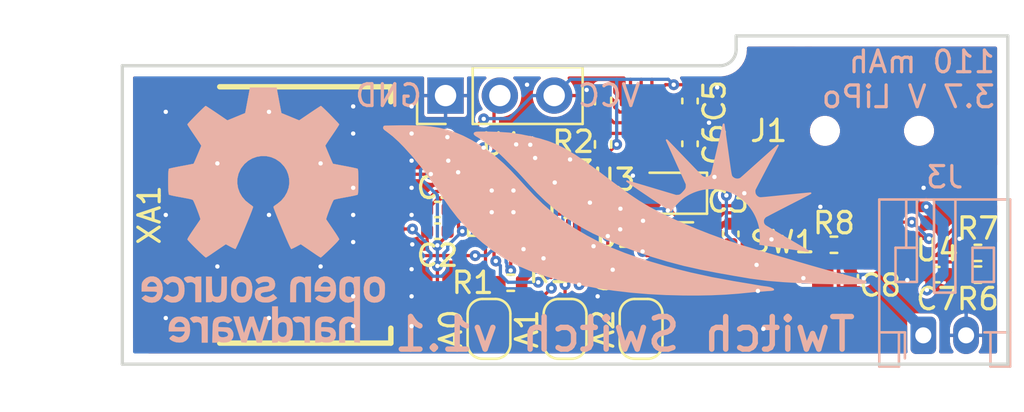
<source format=kicad_pcb>
(kicad_pcb (version 20211014) (generator pcbnew)
  (title_block (title "Twitch Switch") (date "2022-09-10") (rev "1.1") (company "Centre de réadaption\\nStan Cassidy\\nCentre for Rehabilitation\\n \\n \\n"))
  (layers (0 "F.Cu" signal) (31 "B.Cu" signal) (34 "B.Paste" user) (35 "F.Paste" user) (36 "B.SilkS" user "B.Silkscreen") (37 "F.SilkS" user "F.Silkscreen") (38 "B.Mask" user) (39 "F.Mask" user) (44 "Edge.Cuts" user))
  (net 0 "")
  (net 1 "GND")
  (net 2 "VCC")
  (net 3 "Net-(D1-Pad2)")
  (net 4 "/ADDR_SET_3")
  (net 5 "/ADDR_SET_1")
  (net 6 "/ADDR_SET_2")
  (net 7 "/STATUS_LED")
  (net 8 "/I2C_SDA")
  (net 9 "/SPI_MISO")
  (net 10 "/SPI_SCK")
  (net 11 "/SPI_SS")
  (net 12 "VBUS")
  (net 13 "/I2C_SCL")
  (net 14 "+BATT")
  (net 15 "/RESET{slash}UPDI")
  (net 16 "/SPI_MOSI")
  (net 17 "/RF_CE")
  (net 18 "/RF_INT")
  (net 19 "/VBAT_SENSE")
  (net 20 "/BAT_CHG")
  (net 21 "/BAT_PG")
  (net 22 "/PWR_DOWN")
  (net 23 "Net-(R6-Pad1)")
  (net 24 "Net-(R7-Pad1)")
  (net 25 "Net-(R8-Pad1)")
  (net 26 "unconnected-(U3-Pad11)")
  (net 27 "/IMU_INT1")
  (net 28 "unconnected-(U3-Pad9)")
  (net 29 "unconnected-(U3-Pad10)")
  (footprint "Resistor_SMD:R_0402_1005Metric" (layer "F.Cu") (at 147.828 110.109)
    (fp_text reference "R10")
    (fp_text value "113k 1%" hide)
  )
  (footprint "Resistor_SMD:R_0402_1005Metric" (layer "F.Cu") (at 149.479 105.283 90)
    (fp_text reference "R3")
    (fp_text value "20k" hide)
  )
  (footprint "footprints:CSS-1210TB" (layer "F.Cu") (at 158.75 114.27)
    (fp_text reference "SW1")
    (fp_text value "CSS-1210TB" hide)
  )
  (footprint "Capacitor_SMD:C_0402_1005Metric" (layer "F.Cu") (at 165.1 111.379 180)
    (fp_text reference "C7")
    (fp_text value "1u" hide)
  )
  (footprint "footprints:NRF24L01-Mini" (layer "F.Cu") (at 130.556 108.585 90)
    (fp_text reference "XA1")
    (fp_text value "NRF24L01-Mini" hide)
  )
  (footprint "Capacitor_SMD:C_0402_1005Metric" (layer "F.Cu") (at 161.036 111.506 90)
    (fp_text reference "C8")
    (fp_text value "1u" hide)
  )
  (footprint "Jumper:SolderJumper-2_P1.3mm_Open_RoundedPad1.0x1.5mm" (layer "F.Cu") (at 144.145 113.919 90)
    (fp_text reference "JP1" hide)
    (fp_text value "SolderJumper_2_Open" hide)
  )
  (footprint "Jumper:SolderJumper-2_P1.3mm_Open_RoundedPad1.0x1.5mm" (layer "F.Cu") (at 151.257 113.919 90)
    (fp_text reference "JP3" hide)
    (fp_text value "SolderJumper_2_Open" hide)
  )
  (footprint "Fiducial:Fiducial_0.5mm_Mask1mm" (layer "F.Cu") (at 129.286 102.743)
    (fp_text reference "FID2" hide)
    (fp_text value "Fiducial" hide)
  )
  (footprint "Package_TO_SOT_SMD:SOT-23" (layer "F.Cu") (at 153.035 110.49)
    (fp_text reference "U2")
    (fp_text value "AP2138N-3.0" hide)
  )
  (footprint "Fiducial:Fiducial_0.5mm_Mask1mm" (layer "F.Cu") (at 167.132 103.632)
    (fp_text reference "FID1" hide)
    (fp_text value "Fiducial" hide)
  )
  (footprint "Resistor_SMD:R_0402_1005Metric" (layer "F.Cu") (at 147.828 109.093 180)
    (fp_text reference "R9")
    (fp_text value "215k 1%" hide)
  )
  (footprint "Capacitor_SMD:C_0402_1005Metric" (layer "F.Cu") (at 155.448 109.474 -90)
    (fp_text reference "C3")
    (fp_text value "1u" hide)
  )
  (footprint "LED_SMD:LED_0805_2012Metric" (layer "F.Cu") (at 152.654 107.569 180)
    (fp_text reference "D1")
    (fp_text value "APT2012EC" hide)
  )
  (footprint "Capacitor_SMD:C_0402_1005Metric" (layer "F.Cu") (at 141.732 109.347)
    (fp_text reference "C2")
    (fp_text value "1u" hide)
  )
  (footprint "Resistor_SMD:R_0402_1005Metric" (layer "F.Cu") (at 160.274 109.982 180)
    (fp_text reference "R8")
    (fp_text value "10k" hide)
  )
  (footprint "Resistor_SMD:R_0402_1005Metric" (layer "F.Cu") (at 149.479 103.251 -90)
    (fp_text reference "R2")
    (fp_text value "20k" hide)
  )
  (footprint "Resistor_SMD:R_0402_1005Metric" (layer "F.Cu") (at 145.161 111.76)
    (fp_text reference "R1")
    (fp_text value "100R" hide)
  )
  (footprint "Connector_PinHeader_2.54mm:PinHeader_1x03_P2.54mm_Vertical" (layer "F.Cu") (at 142.113 102.997 90)
    (fp_text reference "J2" hide)
    (fp_text value "Prog. Header" hide)
  )
  (footprint "Resistor_SMD:R_0402_1005Metric" (layer "F.Cu") (at 167.005 110.363 180)
    (fp_text reference "R7")
    (fp_text value "2k" hide)
  )
  (footprint "Resistor_SMD:R_0402_1005Metric" (layer "F.Cu") (at 167.005 111.379)
    (fp_text reference "R6")
    (fp_text value "5.6k 1%" hide)
  )
  (footprint "footprints:LSM6DSMTR" (layer "F.Cu") (at 151.511 104.267 90)
    (fp_text reference "U3")
    (fp_text value "LSM6DSMTR" hide)
  )
  (footprint "Capacitor_SMD:C_0402_1005Metric" (layer "F.Cu") (at 150.622 111.252 -90)
    (fp_text reference "C4")
    (fp_text value "1u" hide)
  )
  (footprint "Capacitor_SMD:C_0402_1005Metric" (layer "F.Cu") (at 141.732 108.331)
    (fp_text reference "C1")
    (fp_text value "100n" hide)
  )
  (footprint "Capacitor_SMD:C_0402_1005Metric" (layer "F.Cu") (at 153.543 105.255 -90)
    (fp_text reference "C6")
    (fp_text value "100n" hide)
  )
  (footprint "footprints:690-005-299-043" (layer "F.Cu") (at 162.052 104.648 180)
    (fp_text reference "J1")
    (fp_text value "690-005-299-043" hide)
  )
  (footprint "Package_DFN_QFN:VQFN-20-1EP_3x3mm_P0.4mm_EP1.7x1.7mm" (layer "F.Cu") (at 144.78 107.95)
    (fp_text reference "U1")
    (fp_text value "ATtiny1606-M" hide)
  )
  (footprint "Capacitor_SMD:C_0402_1005Metric" (layer "F.Cu") (at 153.543 103.251 90)
    (fp_text reference "C5")
    (fp_text value "100n" hide)
  )
  (footprint "Jumper:SolderJumper-2_P1.3mm_Open_RoundedPad1.0x1.5mm" (layer "F.Cu") (at 147.701 113.919 90)
    (fp_text reference "JP2" hide)
    (fp_text value "SolderJumper_2_Open" hide)
  )
  (footprint "Fiducial:Fiducial_0.5mm_Mask1mm" (layer "F.Cu") (at 128.143 114.427)
    (fp_text reference "FID3" hide)
    (fp_text value "Fiducial" hide)
  )
  (footprint "footprints:BQ24045DSQR" (layer "F.Cu") (at 162.814 110.236 180)
    (fp_text reference "U4")
    (fp_text value "BQ24045DSQR" hide)
  )
  (footprint "Connector_JST:JST_PH_S2B-PH-K_1x02_P2.00mm_Horizontal" (layer "B.Cu") (at 164.4523 114.22126)
    (fp_text reference "J3")
    (fp_text value "Battery Connector" hide)
  )
  (footprint "Symbol:OSHW-Logo_11.4x12mm_SilkScreen" (layer "B.Cu") (at 133.604 108.585 180)
    (fp_text reference "LOGO1" hide)
    (fp_text value "Logo_Open_Hardware_Small" hide)
  )
  (footprint "footprints:Logo_Stan_Cassidy" (layer "B.Cu") (at 150.495 108.331 180)
    (fp_text reference "LOGO2" hide)
    (fp_text value "Logo_Stan_Cassidy" hide)
  )
  (gr_line (start 168.402 115.57) (end 127 115.57) (layer "Edge.Cuts") (width 0.1524))
  (gr_line (start 155.702 100.838) (end 155.702 100.203) (layer "Edge.Cuts") (width 0.1524))
  (gr_line (start 168.402 100.203) (end 168.402 115.57) (layer "Edge.Cuts") (width 0.1524))
  (gr_line (start 127 115.57) (end 127 101.6) (layer "Edge.Cuts") (width 0.1524))
  (gr_line (start 127 101.6) (end 154.94 101.6) (layer "Edge.Cuts") (width 0.1524))
  (gr_line (start 155.702 100.203) (end 168.402 100.203) (layer "Edge.Cuts") (width 0.1524))
  (gr_arc (start 155.702 100.838) (mid 155.478815 101.376815) (end 154.94 101.6) (layer "Edge.Cuts") (width 0.1524))
  (gr_text "Twitch Switch v1.1" (at 150.495 114.173) (layer "B.SilkS") (effects (font (size 1.524 1.524) (thickness 0.254)) (justify mirror)))
  (gr_text "GND" (at 141.097 102.997) (layer "B.SilkS") (effects (font (size 1.016 1.016) (thickness 0.1524)) (justify left mirror)))
  (gr_text "VCC" (at 148.209 102.997) (layer "B.SilkS") (effects (font (size 1.016 1.016) (thickness 0.1524)) (justify right mirror)))
  (gr_text "110 mAh\n3.7 V LiPo" (at 167.894 102.235) (layer "B.SilkS") (effects (font (size 1.016 1.016) (thickness 0.1524)) (justify left mirror)))
  (segment (start 153.507 103.767) (end 153.543 103.731) (width 0.1524) (layer "F.Cu") (net 1))
  (segment (start 163.764 110.236) (end 164.149548 110.236) (width 0.1524) (layer "F.Cu") (net 1))
  (segment (start 150.622 110.245473) (end 150.622 110.772) (width 0.254) (layer "F.Cu") (net 1))
  (segment (start 152.4235 104.267) (end 153.035 104.267) (width 0.1524) (layer "F.Cu") (net 1))
  (segment (start 164.149548 110.236) (end 164.392848 110.4793) (width 0.1524) (layer "F.Cu") (net 1))
  (segment (start 142.504679 107.7924) (end 141.7906 107.7924) (width 0.1524) (layer "F.Cu") (net 1))
  (segment (start 162.414 109.836) (end 162.814 110.236) (width 0.1524) (layer "F.Cu") (net 1))
  (segment (start 152.0975 109.54) (end 151.327473 109.54) (width 0.254) (layer "F.Cu") (net 1))
  (segment (start 154.573615 109.54) (end 155.119615 108.994) (width 0.254) (layer "F.Cu") (net 1))
  (segment (start 141.252 108.331) (end 141.252 109.347) (width 0.1524) (layer "F.Cu") (net 1))
  (segment (start 142.662279 107.95) (end 142.504679 107.7924) (width 0.1524) (layer "F.Cu") (net 1))
  (segment (start 141.7906 107.7924) (end 141.252 108.331) (width 0.1524) (layer "F.Cu") (net 1))
  (segment (start 155.119615 108.994) (end 155.448 108.994) (width 0.254) (layer "F.Cu") (net 1))
  (segment (start 153.035 104.267) (end 153.543 104.775) (width 0.1524) (layer "F.Cu") (net 1))
  (segment (start 164.392848 110.4793) (end 165.045152 110.4793) (width 0.1524) (layer "F.Cu") (net 1))
  (segment (start 163.764 110.236) (end 162.814 110.236) (width 0.1524) (layer "F.Cu") (net 1))
  (segment (start 152.4235 103.767) (end 153.507 103.767) (width 0.1524) (layer "F.Cu") (net 1))
  (segment (start 161.864 109.836) (end 162.414 109.836) (width 0.1524) (layer "F.Cu") (net 1))
  (segment (start 151.327473 109.54) (end 150.622 110.245473) (width 0.254) (layer "F.Cu") (net 1))
  (segment (start 143.33 107.95) (end 144.78 107.95) (width 0.1524) (layer "F.Cu") (net 1))
  (segment (start 152.0975 109.54) (end 154.573615 109.54) (width 0.254) (layer "F.Cu") (net 1))
  (segment (start 143.33 107.95) (end 142.662279 107.95) (width 0.1524) (layer "F.Cu") (net 1))
  (via (at 144.272 108.458) (size 0.508) (drill 0.2032) (layers "F.Cu" "B.Cu") (net 1))
  (via (at 154.813 102.616) (size 0.508) (drill 0.2032) (layers "F.Cu" "B.Cu") (net 1))
  (via (at 137.795 107.315) (size 0.508) (drill 0.2032) (layers "F.Cu" "B.Cu") (net 1))
  (via (at 136.271 106.172) (size 0.508) (drill 0.2032) (layers "F.Cu" "B.Cu") (net 1))
  (via (at 133.858 103.759) (size 0.508) (drill 0.2032) (layers "F.Cu" "B.Cu") (net 1))
  (via (at 140.5255 113.792) (size 0.508) (drill 0.2032) (layers "F.Cu" "B.Cu") (net 1))
  (via (at 129.032 103.759) (size 0.508) (drill 0.2032) (layers "F.Cu" "B.Cu") (net 1))
  (via (at 131.445 106.172) (size 0.508) (drill 0.2032) (layers "F.Cu" "B.Cu") (net 1))
  (via (at 145.923 102.489) (size 0.508) (drill 0.2032) (layers "F.Cu" "B.Cu") (net 1))
  (via (at 137.795 109.855) (size 0.508) (drill 0.2032) (layers "F.Cu" "B.Cu") (net 1))
  (via (at 136.271 110.998) (size 0.508) (drill 0.2032) (layers "F.Cu" "B.Cu") (net 1))
  (via (at 156.083 107.569) (size 0.508) (drill 0.2032) (layers "F.Cu" "B.Cu") (net 1))
  (via (at 159.639 108.204) (size 0.508) (drill 0.2032) (layers "F.Cu" "B.Cu") (net 1))
  (via (at 148.710062 102.73126) (size 0.508) (drill 0.2032) (layers "F.Cu" "B.Cu") (net 1))
  (via (at 140.5255 111.125) (size 0.508) (drill 0.2032) (layers "F.Cu" "B.Cu") (net 1))
  (via (at 147.935284 105.988939) (size 0.508) (drill 0.2032) (layers "F.Cu" "B.Cu") (net 1))
  (via (at 140.5255 108.585) (size 0.508) (drill 0.2032) (layers "F.Cu" "B.Cu") (net 1))
  (via (at 144.272 107.442) (size 0.508) (drill 0.2032) (layers "F.Cu" "B.Cu") (net 1))
  (via (at 137.795 113.792) (size 0.508) (drill 0.2032) (layers "F.Cu" "B.Cu") (net 1))
  (via (at 137.795 112.395) (size 0.508) (drill 0.2032) (layers "F.Cu" "B.Cu") (net 1))
  (via (at 133.858 108.585) (size 0.508) (drill 0.2032) (layers "F.Cu" "B.Cu") (net 1))
  (via (at 154.686 106.807) (size 0.508) (drill 0.2032) (layers "F.Cu" "B.Cu") (net 1))
  (via (at 140.5255 112.395) (size 0.508) (drill 0.2032) (layers "F.Cu" "B.Cu") (net 1))
  (via (at 129.032 108.585) (size 0.508) (drill 0.2032) (layers "F.Cu" "B.Cu") (net 1))
  (via (at 156.972 113.919) (size 0.508) (drill 0.2032) (layers "F.Cu" "B.Cu") (net 1))
  (via (at 149.225 112.395) (size 0.508) (drill 0.2032) (layers "F.Cu" "B.Cu") (net 1))
  (via (at 145.288 107.442) (size 0.508) (drill 0.2032) (layers "F.Cu" "B.Cu") (net 1))
  (via (at 157.353 109.728) (size 0.508) (drill 0.2032) (layers "F.Cu" "B.Cu") (net 1))
  (via (at 140.5255 103.505) (size 0.508) (drill 0.2032) (layers "F.Cu" "B.Cu") (net 1))
  (via (at 137.795 104.775) (size 0.508) (drill 0.2032) (layers "F.Cu" "B.Cu") (net 1))
  (via (at 164.465 107.315) (size 0.508) (drill 0.2032) (layers "F.Cu" "B.Cu") (net 1))
  (via (at 129.032 113.411) (size 0.508) (drill 0.2032) (layers "F.Cu" "B.Cu") (net 1))
  (via (at 145.288 108.458) (size 0.508) (drill 0.2032) (layers "F.Cu" "B.Cu") (net 1))
  (via (at 140.5255 104.775) (size 0.508) (drill 0.2032) (layers "F.Cu" "B.Cu") (net 1))
  (via (at 163.703 111.633) (size 0.508) (drill 0.2032) (layers "F.Cu" "B.Cu") (net 1))
  (via (at 149.929036 111.150473) (size 0.508) (drill 0.2032) (layers "F.Cu" "B.Cu") (net 1))
  (via (at 133.858 113.411) (size 0.508) (drill 0.2032) (layers "F.Cu" "B.Cu") (net 1))
  (via (at 140.5255 106.045) (size 0.508) (drill 0.2032) (layers "F.Cu" "B.Cu") (net 1))
  (via (at 131.445 110.998) (size 0.508) (drill 0.2032) (layers "F.Cu" "B.Cu") (net 1))
  (via (at 149.033035 110.049084) (size 0.508) (drill 0.2032) (layers "F.Cu" "B.Cu") (net 1))
  (via (at 154.432 104.267) (size 0.508) (drill 0.2032) (layers "F.Cu" "B.Cu") (net 1))
  (via (at 137.795 103.505) (size 0.508) (drill 0.2032) (layers "F.Cu" "B.Cu") (net 1))
  (via (at 142.24 106.045) (size 0.508) (drill 0.2032) (layers "F.Cu" "B.Cu") (net 1))
  (via (at 140.5255 107.315) (size 0.508) (drill 0.2032) (layers "F.Cu" "B.Cu") (net 1))
  (via (at 140.557883 109.963787) (size 0.508) (drill 0.2032) (layers "F.Cu" "B.Cu") (net 1))
  (via (at 137.795 108.585) (size 0.508) (drill 0.2032) (layers "F.Cu" "B.Cu") (net 1))
  (via (at 166.145097 109.7021) (size 0.508) (drill 0.2032) (layers "F.Cu" "B.Cu") (net 1))
  (via (at 150.872922 106.745038) (size 0.508) (drill 0.2032) (layers "F.Cu" "B.Cu") (net 1))
  (via (at 156.718 112.141) (size 0.508) (drill 0.2032) (layers "F.Cu" "B.Cu") (net 1))
  (via (at 148.86308 108.009293) (size 0.508) (drill 0.2032) (layers "F.Cu" "B.Cu") (net 1))
  (segment (start 149.604 105.793) (end 150.114 105.283) (width 0.1524) (layer "F.Cu") (net 2))
  (segment (start 149.00614 103.21386) (end 149.479 102.741) (width 0.1524) (layer "F.Cu") (net 2))
  (segment (start 150.749 105.918) (end 151.257 105.918) (width 0.1524) (layer "F.Cu") (net 2))
  (segment (start 143.33 108.35) (end 142.231 108.35) (width 0.1524) (layer "F.Cu") (net 2))
  (segment (start 150.761 105.4295) (end 150.761 105.906) (width 0.1524) (layer "F.Cu") (net 2))
  (segment (start 155.244599 104.141099) (end 153.8745 102.771) (width 0.1524) (layer "F.Cu") (net 2))
  (segment (start 155.239198 105.735) (end 155.244599 105.740401) (width 0.1524) (layer "F.Cu") (net 2))
  (segment (start 149.604 105.918) (end 150.749 105.918) (width 0.1524) (layer "F.Cu") (net 2))
  (segment (start 152.9 104.767) (end 153.0044 104.8714) (width 0.1524) (layer "F.Cu") (net 2))
  (segment (start 151.761 105.4295) (end 151.761 105.795) (width 0.1524) (layer "F.Cu") (net 2))
  (segment (start 153.543 105.735) (end 155.239198 105.735) (width 0.1524) (layer "F.Cu") (net 2))
  (segment (start 148.293302 102.997) (end 148.510162 103.21386) (width 0.1524) (layer "F.Cu") (net 2))
  (segment (start 152.261 103.1045) (end 152.261 102.628) (width 0.1524) (layer "F.Cu") (net 2))
  (segment (start 153.0044 104.8714) (end 153.0044 105.1964) (width 0.1524) (layer "F.Cu") (net 2))
  (segment (start 152.4235 104.767) (end 152.9 104.767) (width 0.1524) (layer "F.Cu") (net 2))
  (segment (start 153.0044 105.1964) (end 153.543 105.735) (width 0.1524) (layer "F.Cu") (net 2))
  (segment (start 142.199897 104.942103) (end 143.044506 104.942103) (width 0.1524) (layer "F.Cu") (net 2))
  (segment (start 153.8745 102.771) (end 153.543 102.771) (width 0.1524) (layer "F.Cu") (net 2))
  (segment (start 150.5985 103.767) (end 150.249 103.767) (width 0.1524) (layer "F.Cu") (net 2))
  (segment (start 148.510162 103.21386) (end 149.00614 103.21386) (width 0.1524) (layer "F.Cu") (net 2))
  (segment (start 142.231 108.35) (end 142.212 108.331) (width 0.1524) (layer "F.Cu") (net 2))
  (segment (start 149.479 105.793) (end 149.604 105.793) (width 0.1524) (layer "F.Cu") (net 2))
  (segment (start 155.244599 105.740401) (end 155.244599 104.141099) (width 0.1524) (layer "F.Cu") (net 2))
  (segment (start 150.249 103.767) (end 150.0276 103.5456) (width 0.1524) (layer "F.Cu") (net 2))
  (segment (start 153.343157 111.44) (end 152.0975 111.44) (width 0.1524) (layer "F.Cu") (net 2))
  (segment (start 147.193 102.997) (end 148.293302 102.997) (width 0.1524) (layer "F.Cu") (net 2))
  (segment (start 151.761 105.795) (end 151.638 105.918) (width 0.1524) (layer "F.Cu") (net 2))
  (segment (start 149.479 105.793) (end 149.604 105.918) (width 0.1524) (layer "F.Cu") (net 2))
  (segment (start 151.257 105.918) (end 151.638 105.918) (width 0.1524) (layer "F.Cu") (net 2))
  (segment (start 141.732 112.141) (end 141.732 110.9721) (width 0.1524) (layer "F.Cu") (net 2))
  (segment (start 142.212 109.5279) (end 141.732 110.0079) (width 0.1524) (layer "F.Cu") (net 2))
  (segment (start 150.0276 103.2896) (end 149.479 102.741) (width 0.1524) (layer "F.Cu") (net 2))
  (segment (start 143.044506 104.942103) (end 143.8979 104.088709) (width 0.1524) (layer "F.Cu") (net 2))
  (segment (start 150.761 105.906) (end 150.749 105.918) (width 0.1524) (layer "F.Cu") (net 2))
  (segment (start 142.212 109.347) (end 142.212 109.5279) (width 0.1524) (layer "F.Cu") (net 2))
  (segment (start 152.4 102.489) (end 153.261 102.489) (width 0.1524) (layer "F.Cu") (net 2))
  (segment (start 151.261 105.4295) (end 151.261 105.914) (width 0.1524) (layer "F.Cu") (net 2))
  (segment (start 157.6524 111.92) (end 156.6559 110.9235) (width 0.1524) (layer "F.Cu") (net 2))
  (segment (start 142.212 109.347) (end 142.212 108.331) (width 0.1524) (layer "F.Cu") (net 2))
  (segment (start 140.843 113.03) (end 141.732 112.141) (width 0.1524) (layer "F.Cu") (net 2))
  (segment (start 157.75 111.92) (end 157.6524 111.92) (width 0.1524) (layer "F.Cu") (net 2))
  (segment (start 140.843 113.03) (end 139.192 113.03) (width 0.1524) (layer "F.Cu") (net 2))
  (segment (start 155.244599 107.6711) (end 155.244599 105.740401) (width 0.1524) (layer "F.Cu") (net 2))
  (segment (start 157.75 111.92) (end 156.2714 113.3986) (width 0.1524) (layer "F.Cu") (net 2))
  (segment (start 150.914 111.44) (end 150.622 111.732) (width 0.254) (layer "F.Cu") (net 2))
  (segment (start 153.261 102.489) (end 153.543 102.771) (width 0.1524) (layer "F.Cu") (net 2))
  (segment (start 152.0975 111.44) (end 150.914 111.44) (width 0.254) (layer "F.Cu") (net 2))
  (segment (start 150.0276 103.5456) (end 150.0276 103.2896) (width 0.1524) (layer "F.Cu") (net 2))
  (segment (start 156.2714 113.3986) (end 155.301757 113.3986) (width 0.1524) (layer "F.Cu") (net 2))
  (segment (start 152.261 102.628) (end 152.4 102.489) (width 0.1524) (layer "F.Cu") (net 2))
  (segment (start 155.301757 113.3986) (end 153.343157 111.44) (width 0.1524) (layer "F.Cu") (net 2))
  (segment (start 151.261 105.914) (end 151.257 105.918) (width 0.1524) (layer "F.Cu") (net 2))
  (via (at 141.732 110.9721) (size 0.508) (drill 0.2032) (layers "F.Cu" "B.Cu") (net 2))
  (via (at 155.244599 107.6711) (size 0.508) (drill 0.2032) (layers "F.Cu" "B.Cu") (net 2))
  (via (at 156.6559 110.9235) (size 0.508) (drill 0.2032) (layers "F.Cu" "B.Cu") (net 2))
  (via (at 142.199897 104.942103) (size 0.508) (drill 0.2032) (layers "F.Cu" "B.Cu") (net 2))
  (via (at 141.732 110.0079) (size 0.508) (drill 0.2032) (layers "F.Cu" "B.Cu") (net 2))
  (via (at 143.8979 104.088709) (size 0.508) (drill 0.2032) (layers "F.Cu" "B.Cu") (net 2))
  (via (at 150.114 105.283) (size 0.508) (drill 0.2032) (layers "F.Cu" "B.Cu") (net 2))
  (via (at 152.781 102.489) (size 0.508) (drill 0.2032) (layers "F.Cu" "B.Cu") (net 2))
  (segment (start 150.114 102.235) (end 147.955 102.235) (width 0.1524) (layer "B.Cu") (net 2))
  (segment (start 152.781 102.489) (end 152.527 102.235) (width 0.1524) (layer "B.Cu") (net 2))
  (segment (start 155.244599 109.512199) (end 155.244599 107.6711) (width 0.1524) (layer "B.Cu") (net 2))
  (segment (start 142.199897 105.213995) (end 142.199897 104.942103) (width 0.1524) (layer "B.Cu") (net 2))
  (segment (start 143.911009 104.0756) (end 145.099771 104.0756) (width 0.1524) (layer "B.Cu") (net 2))
  (segment (start 140.941199 106.872493) (end 140.941199 106.472693) (width 0.1524) (layer "B.Cu") (net 2))
  (segment (start 143.8979 104.088709) (end 143.911009 104.0756) (width 0.1524) (layer "B.Cu") (net 2))
  (segment (start 140.941199 106.472693) (end 142.199897 105.213995) (width 0.1524) (layer "B.Cu") (net 2))
  (segment (start 147.955 102.235) (end 147.193 102.997) (width 0.1524) (layer "B.Cu") (net 2))
  (segment (start 141.732 107.663294) (end 140.941199 106.872493) (width 0.1524) (layer "B.Cu") (net 2))
  (segment (start 141.732 110.0079) (end 141.732 107.663294) (width 0.1524) (layer "B.Cu") (net 2))
  (segment (start 146.178371 102.997) (end 147.193 102.997) (width 0.1524) (layer "B.Cu") (net 2))
  (segment (start 150.114 105.283) (end 150.114 102.235) (width 0.1524) (layer "B.Cu") (net 2))
  (segment (start 141.732 110.9721) (end 141.732 110.0079) (width 0.1524) (layer "B.Cu") (net 2))
  (segment (start 145.099771 104.0756) (end 146.178371 102.997) (width 0.1524) (layer "B.Cu") (net 2))
  (segment (start 152.527 102.235) (end 150.114 102.235) (width 0.1524) (layer "B.Cu") (net 2))
  (segment (start 156.6559 110.9235) (end 155.244599 109.512199) (width 0.1524) (layer "B.Cu") (net 2))
  (segment (start 146.914604 111.149892) (end 146.281108 111.149892) (width 0.254) (layer "F.Cu") (net 3))
  (segment (start 150.81345 108.47205) (end 150.81345 109.479288) (width 0.254) (layer "F.Cu") (net 3))
  (segment (start 146.281108 111.149892) (end 145.671 111.76) (width 0.254) (layer "F.Cu") (net 3))
  (segment (start 147.051296 111.0132) (end 146.914604 111.149892) (width 0.254) (layer "F.Cu") (net 3))
  (segment (start 150.81345 109.479288) (end 149.279537 111.0132) (width 0.254) (layer "F.Cu") (net 3))
  (segment (start 149.279537 111.0132) (end 147.051296 111.0132) (width 0.254) (layer "F.Cu") (net 3))
  (segment (start 151.7165 107.569) (end 150.81345 108.47205) (width 0.254) (layer "F.Cu") (net 3))
  (segment (start 145.6149 104.8004) (end 146.074683 105.260183) (width 0.1524) (layer "F.Cu") (net 4))
  (segment (start 146.074683 105.260183) (end 146.074683 105.30003) (width 0.1524) (layer "F.Cu") (net 4))
  (segment (start 144.78 106.5) (end 144.78 105.2355) (width 0.1524) (layer "F.Cu") (net 4))
  (segment (start 145.2151 104.8004) (end 145.6149 104.8004) (width 0.1524) (layer "F.Cu") (net 4))
  (segment (start 150.896669 113.269) (end 150.062521 112.434852) (width 0.1524) (layer "F.Cu") (net 4))
  (segment (start 149.478569 111.8509) (end 148.360903 111.8509) (width 0.1524) (layer "F.Cu") (net 4))
  (segment (start 144.78 105.2355) (end 145.2151 104.8004) (width 0.1524) (layer "F.Cu") (net 4))
  (segment (start 151.257 113.269) (end 150.896669 113.269) (width 0.1524) (layer "F.Cu") (net 4))
  (segment (start 150.062521 112.434852) (end 149.478569 111.8509) (width 0.1524) (layer "F.Cu") (net 4))
  (via (at 146.074683 105.30003) (size 0.508) (drill 0.2032) (layers "F.Cu" "B.Cu") (net 4))
  (via (at 148.360903 111.8509) (size 0.508) (drill 0.2032) (layers "F.Cu" "B.Cu") (net 4))
  (segment (start 146.365978 105.30003) (end 146.074683 105.30003) (width 0.1524) (layer "B.Cu") (net 4))
  (segment (start 146.680424 105.614476) (end 146.365978 105.30003) (width 0.1524) (layer "B.Cu") (net 4))
  (segment (start 148.209 111.6764) (end 148.209 106.944448) (width 0.1524) (layer "B.Cu") (net 4))
  (segment (start 148.209 106.944448) (end 146.879028 105.614476) (width 0.1524) (layer "B.Cu") (net 4))
  (segment (start 148.360903 111.8509) (end 148.360903 111.828303) (width 0.1524) (layer "B.Cu") (net 4))
  (segment (start 148.360903 111.828303) (end 148.209 111.6764) (width 0.1524) (layer "B.Cu") (net 4))
  (segment (start 146.879028 105.614476) (end 146.680424 105.614476) (width 0.1524) (layer "B.Cu") (net 4))
  (segment (start 146.23 107.15) (end 147.1368 107.15) (width 0.1524) (layer "F.Cu") (net 5))
  (segment (start 145.1054 112.3086) (end 145.686608 112.3086) (width 0.1524) (layer "F.Cu") (net 5))
  (segment (start 144.145 113.269) (end 145.1054 112.3086) (width 0.1524) (layer "F.Cu") (net 5))
  (segment (start 147.1368 107.15) (end 147.2189 107.0679) (width 0.1524) (layer "F.Cu") (net 5))
  (segment (start 146.768311 112.3086) (end 147.061844 112.015067) (width 0.1524) (layer "F.Cu") (net 5))
  (segment (start 145.686608 112.3086) (end 146.768311 112.3086) (width 0.1524) (layer "F.Cu") (net 5))
  (via (at 147.061844 112.015067) (size 0.508) (drill 0.2032) (layers "F.Cu" "B.Cu") (net 5))
  (via (at 147.2189 107.0679) (size 0.508) (drill 0.2032) (layers "F.Cu" "B.Cu") (net 5))
  (segment (start 147.5994 107.4484) (end 147.2189 107.0679) (width 0.1524) (layer "B.Cu") (net 5))
  (segment (start 147.061844 112.015067) (end 147.061844 111.807556) (width 0.1524) (layer "B.Cu") (net 5))
  (segment (start 147.5994 111.27) (end 147.5994 107.4484) (width 0.1524) (layer "B.Cu") (net 5))
  (segment (start 147.061844 111.807556) (end 147.5994 111.27) (width 0.1524) (layer "B.Cu") (net 5))
  (segment (start 145.669 105.918) (end 146.301448 105.918) (width 0.1524) (layer "F.Cu") (net 6))
  (segment (start 145.58 106.007) (end 145.669 105.918) (width 0.1524) (layer "F.Cu") (net 6))
  (segment (start 145.58 106.5) (end 145.58 106.007) (width 0.1524) (layer "F.Cu") (net 6))
  (segment (start 147.701 113.269) (end 147.701 111.8509) (width 0.1524) (layer "F.Cu") (net 6))
  (via (at 146.302724 105.919276) (size 0.508) (drill 0.2032) (layers "F.Cu" "B.Cu") (net 6))
  (via (at 147.701 111.8509) (size 0.508) (drill 0.2032) (layers "F.Cu" "B.Cu") (net 6))
  (segment (start 146.752776 105.919276) (end 146.302724 105.919276) (width 0.1524) (layer "B.Cu") (net 6))
  (segment (start 147.9042 107.0707) (end 146.752776 105.919276) (width 0.1524) (layer "B.Cu") (net 6))
  (segment (start 147.9042 111.6477) (end 147.9042 107.0707) (width 0.1524) (layer "B.Cu") (net 6))
  (segment (start 147.701 111.8509) (end 147.9042 111.6477) (width 0.1524) (layer "B.Cu") (net 6))
  (segment (start 143.98 109.4) (end 143.98 111.089) (width 0.1524) (layer "F.Cu") (net 7))
  (segment (start 143.98 111.089) (end 144.651 111.76) (width 0.1524) (layer "F.Cu") (net 7))
  (segment (start 147.639252 107.9348) (end 148.726169 106.847883) (width 0.1524) (layer "F.Cu") (net 8))
  (segment (start 146.23 107.95) (end 146.812 107.95) (width 0.1524) (layer "F.Cu") (net 8))
  (segment (start 148.726169 105.146831) (end 149.1 104.773) (width 0.1524) (layer "F.Cu") (net 8))
  (segment (start 150.5985 104.767) (end 149.485 104.767) (width 0.1524) (layer "F.Cu") (net 8))
  (segment (start 146.812 107.95) (end 146.8272 107.9348) (width 0.1524) (layer "F.Cu") (net 8))
  (segment (start 149.1 104.773) (end 149.479 104.773) (width 0.1524) (layer "F.Cu") (net 8))
  (segment (start 149.485 104.767) (end 149.479 104.773) (width 0.1524) (layer "F.Cu") (net 8))
  (segment (start 148.726169 106.847883) (end 148.726169 105.146831) (width 0.1524) (layer "F.Cu") (net 8))
  (segment (start 146.8272 107.9348) (end 147.639252 107.9348) (width 0.1524) (layer "F.Cu") (net 8))
  (segment (start 140.843 105.41) (end 139.192 105.41) (width 0.1524) (layer "F.Cu") (net 9))
  (segment (start 142.583 107.15) (end 140.843 105.41) (width 0.1524) (layer "F.Cu") (net 9))
  (segment (start 143.33 107.15) (end 142.583 107.15) (width 0.1524) (layer "F.Cu") (net 9))
  (segment (start 140.842679 107.7924) (end 141.359548 107.7924) (width 0.1524) (layer "F.Cu") (net 10))
  (segment (start 142.693331 107.55) (end 143.33 107.55) (width 0.1524) (layer "F.Cu") (net 10))
  (segment (start 141.359548 107.7924) (end 141.664348 107.4876) (width 0.1524) (layer "F.Cu") (net 10))
  (segment (start 141.664348 107.4876) (end 142.630931 107.4876) (width 0.1524) (layer "F.Cu") (net 10))
  (segment (start 140.685079 107.95) (end 139.192 107.95) (width 0.1524) (layer "F.Cu") (net 10))
  (segment (start 140.685079 107.95) (end 140.842679 107.7924) (width 0.1524) (layer "F.Cu") (net 10))
  (segment (start 142.630931 107.4876) (end 142.693331 107.55) (width 0.1524) (layer "F.Cu") (net 10))
  (segment (start 140.5661 109.243652) (end 139.215652 109.243652) (width 0.1524) (layer "F.Cu") (net 11))
  (segment (start 142.7206 109.1697) (end 142.8979 109.347) (width 0.1524) (layer "F.Cu") (net 11))
  (segment (start 142.7206 108.848333) (end 142.7206 109.1697) (width 0.1524) (layer "F.Cu") (net 11))
  (segment (start 142.818933 108.75) (end 143.33 108.75) (width 0.1524) (layer "F.Cu") (net 11))
  (segment (start 139.215652 109.243652) (end 139.192 109.22) (width 0.1524) (layer "F.Cu") (net 11))
  (segment (start 142.7206 108.848333) (end 142.818933 108.75) (width 0.1524) (layer "F.Cu") (net 11))
  (via (at 140.5661 109.243652) (size 0.508) (drill 0.2032) (layers "F.Cu" "B.Cu") (net 11))
  (via (at 142.8979 109.347) (size 0.508) (drill 0.2032) (layers "F.Cu" "B.Cu") (net 11))
  (segment (start 141.4272 110.3856) (end 141.4272 110.5944) (width 0.1524) (layer "B.Cu") (net 11))
  (segment (start 141.2494 110.7722) (end 141.2494 111.172) (width 0.1524) (layer "B.Cu") (net 11))
  (segment (start 141.2494 110.2078) (end 141.4272 110.3856) (width 0.1524) (layer "B.Cu") (net 11))
  (segment (start 140.5661 109.243652) (end 141.2494 109.926952) (width 0.1524) (layer "B.Cu") (net 11))
  (segment (start 141.2494 111.172) (end 141.5321 111.4547) (width 0.1524) (layer "B.Cu") (net 11))
  (segment (start 141.4272 110.5944) (end 141.2494 110.7722) (width 0.1524) (layer "B.Cu") (net 11))
  (segment (start 142.2146 110.2078) (end 142.2146 110.0303) (width 0.1524) (layer "B.Cu") (net 11))
  (segment (start 141.2494 109.926952) (end 141.2494 110.2078) (width 0.1524) (layer "B.Cu") (net 11))
  (segment (start 142.0368 110.3856) (end 142.2146 110.2078) (width 0.1524) (layer "B.Cu") (net 11))
  (segment (start 142.0368 110.5944) (end 142.0368 110.3856) (width 0.1524) (layer "B.Cu") (net 11))
  (segment (start 142.2146 110.7722) (end 142.0368 110.5944) (width 0.1524) (layer "B.Cu") (net 11))
  (segment (start 142.2146 110.0303) (end 142.8979 109.347) (width 0.1524) (layer "B.Cu") (net 11))
  (segment (start 141.9319 111.4547) (end 142.2146 111.172) (width 0.1524) (layer "B.Cu") (net 11))
  (segment (start 141.5321 111.4547) (end 141.9319 111.4547) (width 0.1524) (layer "B.Cu") (net 11))
  (segment (start 142.2146 111.172) (end 142.2146 110.7722) (width 0.1524) (layer "B.Cu") (net 11))
  (segment (start 164.087444 111.036) (end 164.140344 111.0889) (width 0.1524) (layer "F.Cu") (net 12))
  (segment (start 164.140344 111.0889) (end 164.3299 111.0889) (width 0.1524) (layer "F.Cu") (net 12))
  (segment (start 163.764 111.036) (end 164.087444 111.036) (width 0.1524) (layer "F.Cu") (net 12))
  (segment (start 164.592 108.204) (end 163.816085 108.204) (width 0.508) (layer "F.Cu") (net 12))
  (segment (start 164.619621 112.099315) (end 164.62 112.098936) (width 0.1524) (layer "F.Cu") (net 12))
  (segment (start 164.3299 111.0889) (end 164.62 111.379) (width 0.1524) (layer "F.Cu") (net 12))
  (segment (start 163.813884 108.206201) (end 163.652 108.044317) (width 0.508) (layer "F.Cu") (net 12))
  (segment (start 163.652 108.044317) (end 163.652 107.048) (width 0.508) (layer "F.Cu") (net 12))
  (segment (start 164.62 112.098936) (end 164.62 111.379) (width 0.1524) (layer "F.Cu") (net 12))
  (segment (start 163.816085 108.204) (end 163.813884 108.206201) (width 0.508) (layer "F.Cu") (net 12))
  (via (at 164.592 108.204) (size 0.508) (drill 0.2032) (layers "F.Cu" "B.Cu") (net 12))
  (via (at 164.619621 112.099315) (size 0.508) (drill 0.2032) (layers "F.Cu" "B.Cu") (net 12))
  (segment (start 164.592 108.204) (end 164.5988 108.204) (width 0.508) (layer "B.Cu") (net 12))
  (segment (start 164.5988 108.204) (end 165.3794 108.9846) (width 0.508) (layer "B.Cu") (net 12))
  (segment (start 165.3794 111.339536) (end 164.619621 112.099315) (width 0.508) (layer "B.Cu") (net 12))
  (segment (start 165.3794 108.9846) (end 165.3794 111.339536) (width 0.508) (layer "B.Cu") (net 12))
  (segment (start 149.985 104.267) (end 149.479 103.761) (width 0.1524) (layer "F.Cu") (net 13))
  (segment (start 148.421369 106.721631) (end 148.421369 104.818631) (width 0.1524) (layer "F.Cu") (net 13))
  (segment (start 147.593 107.55) (end 148.421369 106.721631) (width 0.1524) (layer "F.Cu") (net 13))
  (segment (start 150.5985 104.267) (end 149.985 104.267) (width 0.1524) (layer "F.Cu") (net 13))
  (segment (start 146.23 107.55) (end 147.593 107.55) (width 0.1524) (layer "F.Cu") (net 13))
  (segment (start 148.421369 104.818631) (end 149.479 103.761) (width 0.1524) (layer "F.Cu") (net 13))
  (segment (start 158.8441 111.543267) (end 158.5294 111.228567) (width 0.254) (layer "F.Cu") (net 14))
  (segment (start 158.219285 110.3906) (end 155.8846 110.3906) (width 0.254) (layer "F.Cu") (net 14))
  (segment (start 161.662284 111.546312) (end 161.556312 111.546312) (width 0.1524) (layer "F.Cu") (net 14))
  (segment (start 158.5294 111.228567) (end 158.5294 110.700715) (width 0.254) (layer "F.Cu") (net 14))
  (segment (start 161.556312 111.546312) (end 161.036 111.026) (width 0.1524) (layer "F.Cu") (net 14))
  (segment (start 161.864 111.036) (end 161.046 111.036) (width 0.1524) (layer "F.Cu") (net 14))
  (segment (start 148.5818 108.8492) (end 148.338 109.093) (width 0.1524) (layer "F.Cu") (net 14))
  (segment (start 149.870198 108.8492) (end 148.5818 108.8492) (width 0.1524) (layer "F.Cu") (net 14))
  (segment (start 151.519439 110.49) (end 153.9725 110.49) (width 0.1524) (layer "F.Cu") (net 14))
  (segment (start 154.912 110.49) (end 155.448 109.954) (width 0.254) (layer "F.Cu") (net 14))
  (segment (start 158.5294 110.700715) (end 158.219285 110.3906) (width 0.254) (layer "F.Cu") (net 14))
  (segment (start 151.325274 110.295835) (end 151.519439 110.49) (width 0.1524) (layer "F.Cu") (net 14))
  (segment (start 153.9725 110.49) (end 154.912 110.49) (width 0.254) (layer "F.Cu") (net 14))
  (segment (start 161.046 111.036) (end 161.036 111.026) (width 0.1524) (layer "F.Cu") (net 14))
  (segment (start 155.8846 110.3906) (end 155.448 109.954) (width 0.254) (layer "F.Cu") (net 14))
  (segment (start 150.28005 109.259052) (end 149.870198 108.8492) (width 0.1524) (layer "F.Cu") (net 14))
  (via (at 161.662284 111.546312) (size 0.508) (drill 0.2032) (layers "F.Cu" "B.Cu") (net 14))
  (via (at 151.325274 110.295835) (size 0.508) (drill 0.2032) (layers "F.Cu" "B.Cu") (net 14))
  (via (at 158.8441 111.543267) (size 0.508) (drill 0.2032) (layers "F.Cu" "B.Cu") (net 14))
  (via (at 150.28005 109.259052) (size 0.508) (drill 0.2032) (layers "F.Cu" "B.Cu") (net 14))
  (segment (start 151.325274 110.295835) (end 151.316833 110.295835) (width 0.1524) (layer "B.Cu") (net 14))
  (segment (start 164.4523 114.22126) (end 164.4523 113.954675) (width 0.508) (layer "B.Cu") (net 14))
  (segment (start 151.316833 110.295835) (end 150.28005 109.259052) (width 0.1524) (layer "B.Cu") (net 14))
  (segment (start 158.847145 111.546312) (end 161.662284 111.546312) (width 0.508) (layer "B.Cu") (net 14))
  (segment (start 162.043937 111.546312) (end 161.662284 111.546312) (width 0.508) (layer "B.Cu") (net 14))
  (segment (start 158.8441 111.543267) (end 158.847145 111.546312) (width 0.508) (layer "B.Cu") (net 14))
  (segment (start 164.4523 113.954675) (end 162.043937 111.546312) (width 0.508) (layer "B.Cu") (net 14))
  (segment (start 144.38 103.27) (end 144.38 106.5) (width 0.1524) (layer "F.Cu") (net 15))
  (segment (start 144.653 102.997) (end 144.38 103.27) (width 0.1524) (layer "F.Cu") (net 15))
  (segment (start 141.416392 106.68) (end 139.192 106.68) (width 0.1524) (layer "F.Cu") (net 16))
  (segment (start 143.98 106.007) (end 143.98 106.5) (width 0.1524) (layer "F.Cu") (net 16))
  (segment (start 143.3709 105.918) (end 143.891 105.918) (width 0.1524) (layer "F.Cu") (net 16))
  (segment (start 141.423799 106.672593) (end 141.416392 106.68) (width 0.1524) (layer "F.Cu") (net 16))
  (segment (start 142.701847 106.587053) (end 143.3709 105.918) (width 0.1524) (layer "F.Cu") (net 16))
  (segment (start 143.891 105.918) (end 143.98 106.007) (width 0.1524) (layer "F.Cu") (net 16))
  (via (at 141.423799 106.672593) (size 0.508) (drill 0.2032) (layers "F.Cu" "B.Cu") (net 16))
  (via (at 142.701847 106.587053) (size 0.508) (drill 0.2032) (layers "F.Cu" "B.Cu") (net 16))
  (segment (start 141.423799 106.672593) (end 142.616307 106.672593) (width 0.1524) (layer "B.Cu") (net 16))
  (segment (start 142.616307 106.672593) (end 142.701847 106.587053) (width 0.1524) (layer "B.Cu") (net 16))
  (segment (start 145.160766 110.702442) (end 145.160766 111.184969) (width 0.1524) (layer "F.Cu") (net 17))
  (segment (start 143.4979 110.49) (end 139.192 110.49) (width 0.1524) (layer "F.Cu") (net 17))
  (segment (start 144.78 110.321676) (end 145.160766 110.702442) (width 0.1524) (layer "F.Cu") (net 17))
  (segment (start 144.78 109.4) (end 144.78 110.321676) (width 0.1524) (layer "F.Cu") (net 17))
  (via (at 145.160766 111.184969) (size 0.508) (drill 0.2032) (layers "F.Cu" "B.Cu") (net 17))
  (via (at 143.4979 110.49) (size 0.508) (drill 0.2032) (layers "F.Cu" "B.Cu") (net 17))
  (segment (start 144.9447 110.795548) (end 144.982966 110.833814) (width 0.1524) (layer "B.Cu") (net 17))
  (segment (start 144.2622 110.2614) (end 144.662 110.2614) (width 0.1524) (layer "B.Cu") (net 17))
  (segment (start 144.0336 110.49) (end 144.2622 110.2614) (width 0.1524) (layer "B.Cu") (net 17))
  (segment (start 144.9447 110.5441) (end 144.9447 110.795548) (width 0.1524) (layer "B.Cu") (net 17))
  (segment (start 143.4979 110.49) (end 144.0336 110.49) (width 0.1524) (layer "B.Cu") (net 17))
  (segment (start 144.982966 111.007169) (end 145.160766 111.184969) (width 0.1524) (layer "B.Cu") (net 17))
  (segment (start 144.982966 110.833814) (end 144.982966 111.007169) (width 0.1524) (layer "B.Cu") (net 17))
  (segment (start 144.662 110.2614) (end 144.9447 110.5441) (width 0.1524) (layer "B.Cu") (net 17))
  (segment (start 145.18 106.5) (end 145.18 105.518) (width 0.1524) (layer "F.Cu") (net 18))
  (segment (start 140.716 104.14) (end 139.192 104.14) (width 0.1524) (layer "F.Cu") (net 18))
  (segment (start 145.18 105.518) (end 145.415 105.283) (width 0.1524) (layer "F.Cu") (net 18))
  (segment (start 142.011949 105.435949) (end 140.716 104.14) (width 0.1524) (layer "F.Cu") (net 18))
  (segment (start 143.8979 105.435949) (end 142.011949 105.435949) (width 0.1524) (layer "F.Cu") (net 18))
  (via (at 145.415 105.283) (size 0.508) (drill 0.2032) (layers "F.Cu" "B.Cu") (net 18))
  (via (at 143.8979 105.435949) (size 0.508) (drill 0.2032) (layers "F.Cu" "B.Cu") (net 18))
  (segment (start 144.050849 105.283) (end 143.8979 105.435949) (width 0.1524) (layer "B.Cu") (net 18))
  (segment (start 145.415 105.283) (end 144.050849 105.283) (width 0.1524) (layer "B.Cu") (net 18))
  (segment (start 147.318 109.093) (end 147.318 110.109) (width 0.1524) (layer "F.Cu") (net 19))
  (segment (start 145.18 109.4) (end 145.18 110.290624) (width 0.1524) (layer "F.Cu") (net 19))
  (segment (start 145.559322 110.669946) (end 145.958415 110.669946) (width 0.1524) (layer "F.Cu") (net 19))
  (segment (start 145.18 110.290624) (end 145.559322 110.669946) (width 0.1524) (layer "F.Cu") (net 19))
  (segment (start 146.519361 110.109) (end 147.318 110.109) (width 0.1524) (layer "F.Cu") (net 19))
  (segment (start 145.958415 110.669946) (end 146.519361 110.109) (width 0.1524) (layer "F.Cu") (net 19))
  (segment (start 156.800597 109.225649) (end 160.861857 109.225649) (width 0.1524) (layer "F.Cu") (net 20))
  (segment (start 161.508331 110.236) (end 161.864 110.236) (width 0.1524) (layer "F.Cu") (net 20))
  (segment (start 161.2826 110.010269) (end 161.508331 110.236) (width 0.1524) (layer "F.Cu") (net 20))
  (segment (start 155.125321 108.4854) (end 156.060348 108.4854) (width 0.1524) (layer "F.Cu") (net 20))
  (segment (start 152.689155 108.858734) (end 153.014821 109.1844) (width 0.1524) (layer "F.Cu") (net 20))
  (segment (start 149.698877 109.5751) (end 149.698877 110.090966) (width 0.1524) (layer "F.Cu") (net 20))
  (segment (start 160.861857 109.225649) (end 161.2826 109.646392) (width 0.1524) (layer "F.Cu") (net 20))
  (segment (start 145.58 110.008831) (end 145.58 109.4) (width 0.1524) (layer "F.Cu") (net 20))
  (segment (start 154.426321 109.1844) (end 155.125321 108.4854) (width 0.1524) (layer "F.Cu") (net 20))
  (segment (start 153.014821 109.1844) (end 154.426321 109.1844) (width 0.1524) (layer "F.Cu") (net 20))
  (segment (start 148.353608 110.6576) (end 146.73477 110.6576) (width 0.1524) (layer "F.Cu") (net 20))
  (segment (start 149.262421 110.527422) (end 149.132243 110.6576) (width 0.1524) (layer "F.Cu") (net 20))
  (segment (start 151.34635 108.858734) (end 152.689155 108.858734) (width 0.1524) (layer "F.Cu") (net 20))
  (segment (start 149.698877 110.090966) (end 149.262421 110.527422) (width 0.1524) (layer "F.Cu") (net 20))
  (segment (start 161.2826 109.646392) (end 161.2826 110.010269) (width 0.1524) (layer "F.Cu") (net 20))
  (segment (start 146.73477 110.6576) (end 146.693662 110.616492) (width 0.1524) (layer "F.Cu") (net 20))
  (segment (start 156.060348 108.4854) (end 156.800597 109.225649) (width 0.1524) (layer "F.Cu") (net 20))
  (segment (start 149.132243 110.6576) (end 148.353608 110.6576) (width 0.1524) (layer "F.Cu") (net 20))
  (segment (start 145.758515 110.187346) (end 145.58 110.008831) (width 0.1524) (layer "F.Cu") (net 20))
  (via (at 151.34635 108.858734) (size 0.508) (drill 0.2032) (layers "F.Cu" "B.Cu") (net 20))
  (via (at 146.693662 110.616492) (size 0.508) (drill 0.2032) (layers "F.Cu" "B.Cu") (net 20))
  (via (at 145.758515 110.187346) (size 0.508) (drill 0.2032) (layers "F.Cu" "B.Cu") (net 20))
  (via (at 149.698877 109.5751) (size 0.508) (drill 0.2032) (layers "F.Cu" "B.Cu") (net 20))
  (segment (start 150.47995 108.776452) (end 150.08015 108.776452) (width 0.1524) (layer "B.Cu") (net 20))
  (segment (start 149.698877 109.157725) (end 149.698877 109.5751) (width 0.1524) (layer "B.Cu") (net 20))
  (segment (start 146.693662 110.616492) (end 146.187661 110.616492) (width 0.1524) (layer "B.Cu") (net 20))
  (segment (start 151.239084 108.966) (end 150.669498 108.966) (width 0.1524) (layer "B.Cu") (net 20))
  (segment (start 150.08015 108.776452) (end 149.698877 109.157725) (width 0.1524) (layer "B.Cu") (net 20))
  (segment (start 151.34635 108.858734) (end 151.239084 108.966) (width 0.1524) (layer "B.Cu") (net 20))
  (segment (start 150.669498 108.966) (end 150.47995 108.776452) (width 0.1524) (layer "B.Cu") (net 20))
  (segment (start 146.187661 110.616492) (end 145.758515 110.187346) (width 0.1524) (layer "B.Cu") (net 20))
  (segment (start 163.764 109.436) (end 164.225792 109.436) (width 0.1524) (layer "F.Cu") (net 21))
  (segment (start 156.1592 108.1532) (end 155.026469 108.1532) (width 0.1524) (layer "F.Cu") (net 21))
  (segment (start 147.032392 108.5444) (end 146.826792 108.75) (width 0.1524) (layer "F.Cu") (net 21))
  (segment (start 163.9141 108.920849) (end 156.926849 108.920849) (width 0.1524) (layer "F.Cu") (net 21))
  (segment (start 150.040581 108.5444) (end 147.032392 108.5444) (width 0.1524) (layer "F.Cu") (net 21))
  (segment (start 153.141073 108.8796) (end 152.638107 108.376634) (width 0.1524) (layer "F.Cu") (net 21))
  (segment (start 154.300069 108.8796) (end 153.141073 108.8796) (width 0.1524) (layer "F.Cu") (net 21))
  (segment (start 164.225792 109.436) (end 164.481692 109.6919) (width 0.1524) (layer "F.Cu") (net 21))
  (segment (start 146.826792 108.75) (end 146.23 108.75) (width 0.1524) (layer "F.Cu") (net 21))
  (segment (start 150.290629 108.294352) (end 150.040581 108.5444) (width 0.1524) (layer "F.Cu") (net 21))
  (segment (start 152.638107 108.376634) (end 152.50667 108.376634) (width 0.1524) (layer "F.Cu") (net 21))
  (segment (start 156.926849 108.920849) (end 156.1592 108.1532) (width 0.1524) (layer "F.Cu") (net 21))
  (segment (start 164.481692 109.6919) (end 164.719 109.6919) (width 0.1524) (layer "F.Cu") (net 21))
  (segment (start 155.026469 108.1532) (end 154.300069 108.8796) (width 0.1524) (layer "F.Cu") (net 21))
  (via (at 150.290629 108.294352) (size 0.508) (drill 0.2032) (layers "F.Cu" "B.Cu") (net 21))
  (via (at 164.719 109.6919) (size 0.508) (drill 0.2032) (layers "F.Cu" "B.Cu") (net 21))
  (via (at 152.50667 108.376634) (size 0.508) (drill 0.2032) (layers "F.Cu" "B.Cu") (net 21))
  (via (at 163.9141 108.920849) (size 0.508) (drill 0.2032) (layers "F.Cu" "B.Cu") (net 21))
  (segment (start 163.947949 108.920849) (end 164.719 109.6919) (width 0.1524) (layer "B.Cu") (net 21))
  (segment (start 152.424388 108.294352) (end 150.290629 108.294352) (width 0.1524) (layer "B.Cu") (net 21))
  (segment (start 163.9141 108.920849) (end 163.947949 108.920849) (width 0.1524) (layer "B.Cu") (net 21))
  (segment (start 152.50667 108.376634) (end 152.424388 108.294352) (width 0.1524) (layer "B.Cu") (net 21))
  (segment (start 155.175505 113.7034) (end 156.397652 113.7034) (width 0.1524) (layer "F.Cu") (net 22))
  (segment (start 156.702452 113.3986) (end 158.2714 113.3986) (width 0.1524) (layer "F.Cu") (net 22))
  (segment (start 150.367321 112.3086) (end 150.876679 112.3086) (width 0.1524) (layer "F.Cu") (net 22))
  (segment (start 156.397652 113.7034) (end 156.702452 113.3986) (width 0.1524) (layer "F.Cu") (net 22))
  (segment (start 158.2714 113.3986) (end 159.75 111.92) (width 0.1524) (layer "F.Cu") (net 22))
  (segment (start 144.38 109.4) (end 144.38 110.6619) (width 0.1524) (layer "F.Cu") (net 22))
  (segment (start 151.216679 111.9686) (end 153.440705 111.9686) (width 0.1524) (layer "F.Cu") (net 22))
  (segment (start 153.440705 111.9686) (end 155.175505 113.7034) (width 0.1524) (layer "F.Cu") (net 22))
  (segment (start 146.679144 111.505492) (end 147.061898 111.505492) (width 0.1524) (layer "F.Cu") (net 22))
  (segment (start 147.19859 111.3688) (end 149.426831 111.3688) (width 0.1524) (layer "F.Cu") (net 22))
  (segment (start 149.426831 111.3688) (end 149.427176 111.368455) (width 0.1524) (layer "F.Cu") (net 22))
  (segment (start 146.447521 111.737115) (end 146.679144 111.505492) (width 0.1524) (layer "F.Cu") (net 22))
  (segment (start 147.061898 111.505492) (end 147.19859 111.3688) (width 0.1524) (layer "F.Cu") (net 22))
  (segment (start 149.427176 111.368455) (end 150.367321 112.3086) (width 0.1524) (layer "F.Cu") (net 22))
  (segment (start 150.876679 112.3086) (end 151.216679 111.9686) (width 0.1524) (layer "F.Cu") (net 22))
  (segment (start 144.38 110.6619) (end 144.4621 110.744) (width 0.1524) (layer "F.Cu") (net 22))
  (via (at 146.447521 111.737115) (size 0.508) (drill 0.2032) (layers "F.Cu" "B.Cu") (net 22))
  (via (at 144.4621 110.744) (size 0.508) (drill 0.2032) (layers "F.Cu" "B.Cu") (net 22))
  (segment (start 146.447521 111.737115) (end 145.030412 111.737115) (width 0.1524) (layer "B.Cu") (net 22))
  (segment (start 144.678166 111.384869) (end 144.678166 110.960066) (width 0.1524) (layer "B.Cu") (net 22))
  (segment (start 145.030412 111.737115) (end 144.678166 111.384869) (width 0.1524) (layer "B.Cu") (net 22))
  (segment (start 144.678166 110.960066) (end 144.4621 110.744) (width 0.1524) (layer "B.Cu") (net 22))
  (segment (start 166.495 111.379) (end 166.411279 111.379) (width 0.1524) (layer "F.Cu") (net 23))
  (segment (start 164.266596 110.7841) (end 164.118496 110.636) (width 0.1524) (layer "F.Cu") (net 23))
  (segment (start 164.118496 110.636) (end 163.764 110.636) (width 0.1524) (layer "F.Cu") (net 23))
  (segment (start 166.411279 111.379) (end 165.816379 110.7841) (width 0.1524) (layer "F.Cu") (net 23))
  (segment (start 165.816379 110.7841) (end 164.266596 110.7841) (width 0.1524) (layer "F.Cu") (net 23))
  (segment (start 164.1806 109.836) (end 164.5191 110.1745) (width 0.1524) (layer "F.Cu") (net 24))
  (segment (start 166.372 109.22) (end 167.515 110.363) (width 0.1524) (layer "F.Cu") (net 24))
  (segment (start 164.5191 110.1745) (end 164.9189 110.1745) (width 0.1524) (layer "F.Cu") (net 24))
  (segment (start 164.9189 110.1745) (end 165.8734 109.22) (width 0.1524) (layer "F.Cu") (net 24))
  (segment (start 165.8734 109.22) (end 166.372 109.22) (width 0.1524) (layer "F.Cu") (net 24))
  (segment (start 163.764 109.836) (end 164.1806 109.836) (width 0.1524) (layer "F.Cu") (net 24))
  (segment (start 161.864 110.636) (end 161.477279 110.636) (width 0.1524) (layer "F.Cu") (net 25))
  (segment (start 161.477279 110.636) (end 160.823279 109.982) (width 0.1524) (layer "F.Cu") (net 25))
  (segment (start 160.823279 109.982) (end 160.784 109.982) (width 0.1524) (layer "F.Cu") (net 25))
  (segment (start 150.761 103.1045) (end 150.761 102.235) (width 0.1524) (layer "F.Cu") (net 26))
  (segment (start 146.79574 108.35) (end 146.23 108.35) (width 0.1524) (layer "F.Cu") (net 27))
  (segment (start 149.883408 106.2228) (end 149.814608 106.2916) (width 0.1524) (layer "F.Cu") (net 27))
  (segment (start 147.765504 108.2396) (end 146.90614 108.2396) (width 0.1524) (layer "F.Cu") (net 27))
  (segment (start 149.713504 106.2916) (end 147.765504 108.2396) (width 0.1524) (layer "F.Cu") (net 27))
  (segment (start 152.261 105.905452) (end 151.943652 106.2228) (width 0.1524) (layer "F.Cu") (net 27))
  (segment (start 146.90614 108.2396) (end 146.79574 108.35) (width 0.1524) (layer "F.Cu") (net 27))
  (segment (start 152.261 105.4295) (end 152.261 105.905452) (width 0.1524) (layer "F.Cu") (net 27))
  (segment (start 151.943652 106.2228) (end 149.883408 106.2228) (width 0.1524) (layer "F.Cu") (net 27))
  (segment (start 149.814608 106.2916) (end 149.713504 106.2916) (width 0.1524) (layer "F.Cu") (net 27))
  (segment (start 151.761 103.1045) (end 151.761 102.235) (width 0.1524) (layer "F.Cu") (net 28))
  (segment (start 151.261 103.1045) (end 151.261 102.235) (width 0.1524) (layer "F.Cu") (net 29))
  (zone (net 1) (net_name "GND") (layers F&B.Cu) (connect_pads (clearance 0.1524)) (min_thickness 0.1524) (fill yes (thermal_gap 0.1524) (thermal_bridge_width 0.1524))
    (polygon (pts (xy 169.164 115.57) (xy 127 115.57) (xy 127 99.695) (xy 169.164 99.695)))
  )
  (zone (net 0) (net_name "") (layer "F.Cu") (name "TOP_NO_POUR") (connect_pads (clearance 0)) (min_thickness 0.1524)
    (keepout (tracks allowed) (vias allowed) (pads allowed) (copperpour not_allowed) (footprints allowed))
    (fill (thermal_gap 0.254) (thermal_bridge_width 0.1524))
    (polygon (pts (xy 152.497 102.997) (xy 152.497 105.537) (xy 150.495 105.537) (xy 150.495 102.997)))
  )
  (zone (net 1) (net_name "GND") (layer "F.Cu") (connect_pads yes (clearance 0.1524)) (min_thickness 0.1524) (fill yes (thermal_gap 0.1524) (thermal_bridge_width 0.1524))
    (polygon (pts (xy 159.258 108.458) (xy 155.829 108.458) (xy 155.829 100.203) (xy 159.258 100.203)))
  )
  (zone (net 1) (net_name "GND") (layer "F.Cu") (connect_pads yes (clearance 0.1524)) (min_thickness 0.1524) (fill yes (thermal_gap 0.1524) (thermal_bridge_width 0.1524))
    (polygon (pts (xy 168.021 108.458) (xy 164.973 108.458) (xy 164.973 100.203) (xy 168.021 100.203)))
  )
  (zone (net 1) (net_name "GND") (layer "F.Cu") (connect_pads yes (clearance 0.1524)) (min_thickness 0.1524) (fill yes (thermal_gap 0.1524) (thermal_bridge_width 0.1524))
    (polygon (pts (xy 128.905 103.759) (xy 126.492 103.759) (xy 126.492 101.092) (xy 128.905 101.092)))
  )
)
</source>
